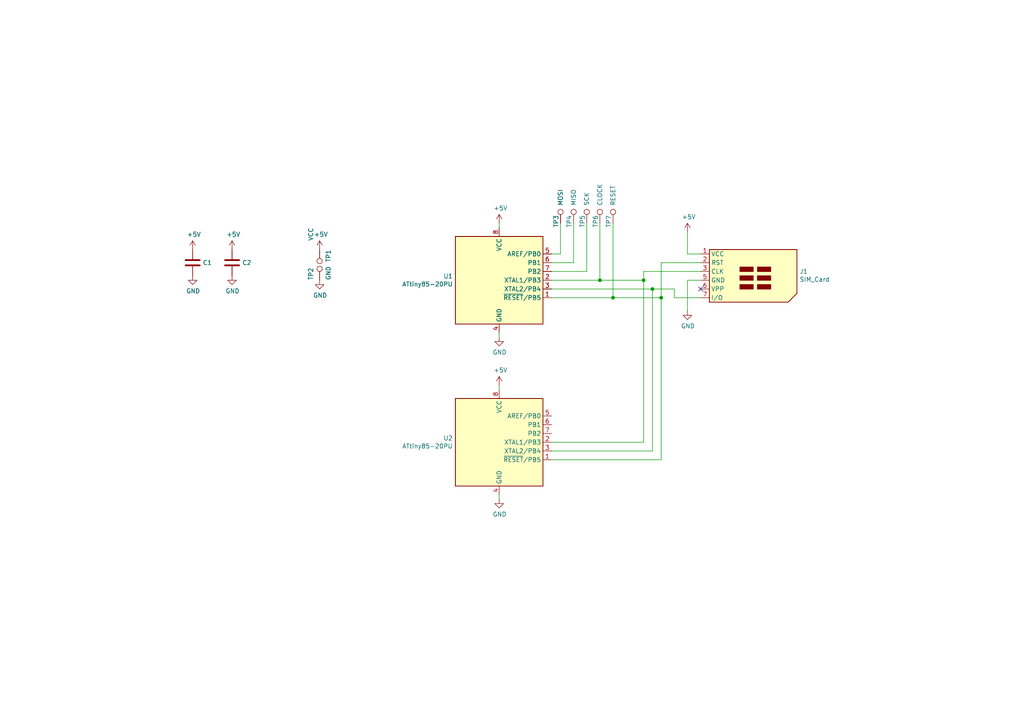
<source format=kicad_sch>
(kicad_sch (version 20211123) (generator eeschema)
  (paper "A4")
  (title_block (title "C-Netz SIM emulator") (date "2022-06-01") (rev "2.0") (company "Jolly"))
  (lib_symbols
    (symbol "simkarte-rescue:+5V-power" (power) (pin_names (offset 0))
      (property "Value" "+5V-power" (at 0 3.556 0))
      (symbol "+5V-power_0_1"
        (polyline (pts (xy -0.762 1.27) (xy 0 2.54)))
        (polyline (pts (xy 0 0) (xy 0 2.54)))
        (polyline (pts (xy 0 2.54) (xy 0.762 1.27)))
      )
      (symbol "+5V-power_1_1"
        (pin power_in line (at 0 0 90) (length 0) hide (name "+5V") (number "1"))
      )
    )
    (symbol "simkarte-rescue:ATtiny85-20PU-MCU_Microchip_ATtiny"
      (property "Reference" "U" (at -12.7 13.97 0))
      (property "Value" "ATtiny85-20PU-MCU_Microchip_ATtiny" (at 2.54 -13.97 0))
      (symbol "ATtiny85-20PU-MCU_Microchip_ATtiny_0_1"
        (rectangle (start -12.7 -12.7) (end 12.7 12.7) (stroke (width 0.254)) (fill (type background)))
      )
      (symbol "ATtiny85-20PU-MCU_Microchip_ATtiny_1_1"
        (pin bidirectional line (at 15.24 -5.08 180) (length 2.54) (name "~{RESET}/PB5") (number "1"))
        (pin bidirectional line (at 15.24 0 180) (length 2.54) (name "XTAL1/PB3") (number "2"))
        (pin bidirectional line (at 15.24 -2.54 180) (length 2.54) (name "XTAL2/PB4") (number "3"))
        (pin power_in line (at 0 -15.24 90) (length 2.54) (name "GND") (number "4"))
        (pin bidirectional line (at 15.24 7.62 180) (length 2.54) (name "AREF/PB0") (number "5"))
        (pin bidirectional line (at 15.24 5.08 180) (length 2.54) (name "PB1") (number "6"))
        (pin bidirectional line (at 15.24 2.54 180) (length 2.54) (name "PB2") (number "7"))
        (pin power_in line (at 0 15.24 270) (length 2.54) (name "VCC") (number "8"))
      )
    )
    (symbol "simkarte-rescue:C-Device" (pin_numbers hide) (pin_names (offset 0.254))
      (property "Reference" "C" (at 0.635 2.54 0))
      (property "Value" "C-Device" (at 0.635 -2.54 0))
      (symbol "C-Device_0_1"
        (polyline (pts (xy -2.032 -0.762) (xy 2.032 -0.762)) (stroke (width 0.508)))
        (polyline (pts (xy -2.032 0.762) (xy 2.032 0.762)) (stroke (width 0.508)))
      )
      (symbol "C-Device_1_1"
        (pin passive line (at 0 3.81 270) (length 2.794) (name "~") (number "1"))
        (pin passive line (at 0 -3.81 90) (length 2.794) (name "~") (number "2"))
      )
    )
    (symbol "simkarte-rescue:GND-power" (power) (pin_names (offset 0))
      (property "Value" "GND-power" (at 0 -3.81 0))
      (symbol "GND-power_0_1"
        (polyline (pts (xy 0 0) (xy 0 -1.27) (xy 1.27 -1.27) (xy 0 -2.54) (xy -1.27 -1.27) (xy 0 -1.27)))
      )
      (symbol "GND-power_1_1"
        (pin power_in line (at 0 0 270) (length 0) hide (name "GND") (number "1"))
      )
    )
    (symbol "simkarte-rescue:SIM_Card-Connector"
      (property "Reference" "J" (at -2.54 12.7 0))
      (property "Value" "SIM_Card-Connector" (at -1.27 10.16 0))
      (symbol "SIM_Card-Connector_0_1"
        (rectangle (start -1.27 -2.54) (end 2.54 -1.27) (stroke (width 0.254)) (fill (type outline)))
        (rectangle (start -1.27 0) (end 2.54 1.27) (stroke (width 0.254)) (fill (type outline)))
        (rectangle (start -1.27 2.54) (end 2.54 3.81) (stroke (width 0.254)) (fill (type outline)))
        (polyline (pts (xy -10.16 8.89) (xy 15.24 8.89) (xy 15.24 -3.81) (xy 12.7 -6.35) (xy -10.16 -6.35) (xy -10.16 8.89)) (stroke (width 0.254)) (fill (type background)))
        (rectangle (start 3.81 -1.27) (end 7.62 -2.54) (stroke (width 0.254)) (fill (type outline)))
        (rectangle (start 3.81 0) (end 7.62 1.27) (stroke (width 0.254)) (fill (type outline)))
        (rectangle (start 3.81 2.54) (end 7.62 3.81) (stroke (width 0.254)) (fill (type outline)))
      )
      (symbol "SIM_Card-Connector_1_1"
        (pin power_in line (at -12.7 7.62 0) (length 2.54) (name "VCC") (number "1"))
        (pin input line (at -12.7 5.08 0) (length 2.54) (name "RST") (number "2"))
        (pin input line (at -12.7 2.54 0) (length 2.54) (name "CLK") (number "3"))
        (pin power_in line (at -12.7 0 0) (length 2.54) (name "GND") (number "5"))
        (pin input line (at -12.7 -2.54 0) (length 2.54) (name "VPP") (number "6"))
        (pin bidirectional line (at -12.7 -5.08 0) (length 2.54) (name "I/O") (number "7"))
      )
    )
    (symbol "simkarte-rescue:TestPoint-Connector" (pin_numbers hide) (pin_names (offset 0.762) hide)
      (property "Reference" "TP" (at 0 6.858 0))
      (property "Value" "TestPoint-Connector" (at 0 5.08 0))
      (symbol "TestPoint-Connector_0_1"
        (circle (center 0 3.302) (radius 0.762))
      )
      (symbol "TestPoint-Connector_1_1"
        (pin passive line (at 0 0 90) (length 2.54) (name "1") (number "1"))
      )
    )
  )
  (junction (at 177.8 86.36))
  (junction (at 191.77 86.36))
  (junction (at 189.23 83.82))
  (junction (at 173.99 81.28))
  (junction (at 186.69 81.28))
  (no_connect (at 203.2 83.82))
  (wire (pts (xy 162.56 73.66) (xy 162.56 64.77)))
  (wire (pts (xy 144.78 64.77) (xy 144.78 66.04)))
  (wire (pts (xy 189.23 83.82) (xy 189.23 130.81)))
  (wire (pts (xy 160.02 78.74) (xy 170.18 78.74)))
  (wire (pts (xy 186.69 81.28) (xy 186.69 128.27)))
  (wire (pts (xy 144.78 111.76) (xy 144.78 113.03)))
  (wire (pts (xy 191.77 76.2) (xy 203.2 76.2)))
  (wire (pts (xy 186.69 78.74) (xy 186.69 81.28)))
  (wire (pts (xy 203.2 73.66) (xy 199.39 73.66)))
  (wire (pts (xy 166.37 76.2) (xy 166.37 64.77)))
  (wire (pts (xy 160.02 76.2) (xy 166.37 76.2)))
  (wire (pts (xy 195.58 86.36) (xy 203.2 86.36)))
  (wire (pts (xy 160.02 73.66) (xy 162.56 73.66)))
  (wire (pts (xy 191.77 86.36) (xy 191.77 76.2)))
  (wire (pts (xy 160.02 128.27) (xy 186.69 128.27)))
  (wire (pts (xy 199.39 67.31) (xy 199.39 73.66)))
  (wire (pts (xy 160.02 133.35) (xy 191.77 133.35)))
  (wire (pts (xy 173.99 81.28) (xy 186.69 81.28)))
  (wire (pts (xy 189.23 83.82) (xy 195.58 83.82)))
  (wire (pts (xy 177.8 86.36) (xy 191.77 86.36)))
  (wire (pts (xy 191.77 86.36) (xy 191.77 133.35)))
  (wire (pts (xy 160.02 86.36) (xy 177.8 86.36)))
  (wire (pts (xy 144.78 96.52) (xy 144.78 97.79)))
  (wire (pts (xy 203.2 81.28) (xy 199.39 81.28)))
  (wire (pts (xy 177.8 86.36) (xy 177.8 64.77)))
  (wire (pts (xy 144.78 143.51) (xy 144.78 144.78)))
  (wire (pts (xy 160.02 130.81) (xy 189.23 130.81)))
  (wire (pts (xy 160.02 83.82) (xy 189.23 83.82)))
  (wire (pts (xy 173.99 81.28) (xy 173.99 64.77)))
  (wire (pts (xy 199.39 81.28) (xy 199.39 90.17)))
  (wire (pts (xy 203.2 78.74) (xy 186.69 78.74)))
  (wire (pts (xy 195.58 83.82) (xy 195.58 86.36)))
  (wire (pts (xy 170.18 78.74) (xy 170.18 64.77)))
  (wire (pts (xy 160.02 81.28) (xy 173.99 81.28)))
  (symbol (lib_id "simkarte-rescue:ATtiny85-20PU-MCU_Microchip_ATtiny") (at 144.78 128.27 0) (unit 1)
    (property "Reference" "U2" (at 131.3434 127.1016 0) (effects (justify right)))
    (property "Value" "ATtiny85-20PU" (at 131.3434 129.413 0) (effects (justify right)))
    (property "Footprint" "Package_DIP:DIP-8_W7.62mm_Socket" (effects hide))
    (property "Datasheet" "http://ww1.microchip.com/downloads/en/DeviceDoc/atmel-2586-avr-8-bit-microcontroller-attiny25-attiny45-attiny85_datasheet.pdf" (effects hide))
  )
  (symbol (lib_id "simkarte-rescue:SIM_Card-Connector") (at 215.9 81.28 0) (unit 1)
    (property "Reference" "J1" (at 231.902 78.74 0) (effects (justify left)))
    (property "Value" "SIM_Card" (at 231.902 81.0514 0) (effects (justify left)))
    (property "Footprint" "simkarte:SIM-Pads" (effects hide))
    (property "Datasheet" " ~" (effects hide))
  )
  (symbol (lib_id "simkarte-rescue:ATtiny85-20PU-MCU_Microchip_ATtiny") (at 144.78 81.28 0) (unit 1)
    (property "Reference" "U1" (at 131.3434 80.1116 0) (effects (justify right)))
    (property "Value" "ATtiny85-20PU" (at 131.3434 82.423 0) (effects (justify right)))
    (property "Footprint" "simkarte:SO-8_falschrum" (effects hide))
    (property "Datasheet" "http://ww1.microchip.com/downloads/en/DeviceDoc/atmel-2586-avr-8-bit-microcontroller-attiny25-attiny45-attiny85_datasheet.pdf" (effects hide))
  )
  (symbol (lib_id "simkarte-rescue:+5V-power") (at 144.78 64.77 0) (unit 1)
    (property "Reference" "#PWR0101" (effects hide))
    (property "Value" "+5V" (at 145.161 60.3758 0))
  )
  (symbol (lib_id "simkarte-rescue:GND-power") (at 144.78 97.79 0) (unit 1)
    (property "Reference" "#PWR0102" (effects hide))
    (property "Value" "GND" (at 144.907 102.1842 0))
  )
  (symbol (lib_id "simkarte-rescue:+5V-power") (at 144.78 111.76 0) (unit 1)
    (property "Reference" "#PWR0103" (effects hide))
    (property "Value" "+5V" (at 145.161 107.3658 0))
  )
  (symbol (lib_id "simkarte-rescue:GND-power") (at 144.78 144.78 0) (unit 1)
    (property "Reference" "#PWR0104" (effects hide))
    (property "Value" "GND" (at 144.907 149.1742 0))
  )
  (symbol (lib_id "simkarte-rescue:+5V-power") (at 199.39 67.31 0) (unit 1)
    (property "Reference" "#PWR0105" (effects hide))
    (property "Value" "+5V" (at 199.771 62.9158 0))
  )
  (symbol (lib_id "simkarte-rescue:GND-power") (at 199.39 90.17 0) (unit 1)
    (property "Reference" "#PWR0106" (effects hide))
    (property "Value" "GND" (at 199.517 94.5642 0))
  )
  (symbol (lib_id "simkarte-rescue:TestPoint-Connector") (at 162.56 64.77 0) (unit 1)
    (property "Reference" "TP3" (at 161.29 66.04 90) (effects (justify left)))
    (property "Value" "MOSI" (at 162.56 59.69 90) (effects (justify left)))
    (property "Footprint" "simkarte:tp_for_sim" (effects hide))
  )
  (symbol (lib_id "simkarte-rescue:TestPoint-Connector") (at 166.37 64.77 0) (unit 1)
    (property "Reference" "TP4" (at 165.1 66.04 90) (effects (justify left)))
    (property "Value" "MISO" (at 166.37 59.69 90) (effects (justify left)))
    (property "Footprint" "simkarte:tp_for_sim" (effects hide))
  )
  (symbol (lib_id "simkarte-rescue:TestPoint-Connector") (at 170.18 64.77 0) (unit 1)
    (property "Reference" "TP5" (at 168.91 66.04 90) (effects (justify left)))
    (property "Value" "SCK" (at 170.18 59.69 90) (effects (justify left)))
    (property "Footprint" "simkarte:tp_for_sim" (effects hide))
  )
  (symbol (lib_id "simkarte-rescue:TestPoint-Connector") (at 173.99 64.77 0) (unit 1)
    (property "Reference" "TP6" (at 172.72 66.04 90) (effects (justify left)))
    (property "Value" "CLOCK" (at 173.99 59.69 90) (effects (justify left)))
    (property "Footprint" "simkarte:tp_for_sim" (effects hide))
  )
  (symbol (lib_id "simkarte-rescue:TestPoint-Connector") (at 177.8 64.77 0) (unit 1)
    (property "Reference" "TP7" (at 176.53 66.04 90) (effects (justify left)))
    (property "Value" "RESET" (at 177.8 59.69 90) (effects (justify left)))
    (property "Footprint" "simkarte:tp_for_sim" (effects hide))
  )
  (symbol (lib_id "simkarte-rescue:TestPoint-Connector") (at 92.71 81.28 0) (unit 1)
    (property "Reference" "TP2" (at 90.17 81.28 90) (effects (justify left)))
    (property "Value" "GND" (at 95.25 81.28 90) (effects (justify left)))
    (property "Footprint" "simkarte:tp_for_sim" (effects hide))
  )
  (symbol (lib_id "simkarte-rescue:TestPoint-Connector") (at 92.71 72.39 180) (unit 1)
    (property "Reference" "TP1" (at 95.25 72.39 90) (effects (justify left)))
    (property "Value" "VCC" (at 90.17 66.04 90) (effects (justify left)))
    (property "Footprint" "simkarte:tp_for_sim" (effects hide))
  )
  (symbol (lib_id "simkarte-rescue:+5V-power") (at 92.71 72.39 0) (unit 1)
    (property "Reference" "#PWR0107" (effects hide))
    (property "Value" "+5V" (at 93.091 67.9958 0))
  )
  (symbol (lib_id "simkarte-rescue:GND-power") (at 92.71 81.28 0) (unit 1)
    (property "Reference" "#PWR0108" (effects hide))
    (property "Value" "GND" (at 92.837 85.6742 0))
  )
  (symbol (lib_id "simkarte-rescue:C-Device") (at 55.88 76.2 0) (unit 1)
    (property "Reference" "C1" (at 58.801 76.2 0) (effects (justify left)))
    (property "Value" "C" (effects hide))
    (property "Footprint" "Capacitor_SMD:C_0603_1608Metric" (effects hide))
  )
  (symbol (lib_id "simkarte-rescue:+5V-power") (at 55.88 72.39 0) (unit 1)
    (property "Reference" "#PWR0109" (effects hide))
    (property "Value" "+5V" (at 56.261 67.9958 0))
  )
  (symbol (lib_id "simkarte-rescue:GND-power") (at 55.88 80.01 0) (unit 1)
    (property "Reference" "#PWR0110" (effects hide))
    (property "Value" "GND" (at 56.007 84.4042 0))
  )
  (symbol (lib_id "simkarte-rescue:C-Device") (at 67.31 76.2 0) (unit 1)
    (property "Reference" "C2" (at 70.231 76.2 0) (effects (justify left)))
    (property "Value" "C" (effects hide))
    (property "Footprint" "Capacitor_SMD:C_0603_1608Metric" (effects hide))
  )
  (symbol (lib_id "simkarte-rescue:+5V-power") (at 67.31 72.39 0) (unit 1)
    (property "Reference" "#PWR0111" (effects hide))
    (property "Value" "+5V" (at 67.691 67.9958 0))
  )
  (symbol (lib_id "simkarte-rescue:GND-power") (at 67.31 80.01 0) (unit 1)
    (property "Reference" "#PWR0112" (effects hide))
    (property "Value" "GND" (at 67.437 84.4042 0))
  )
)
</source>
